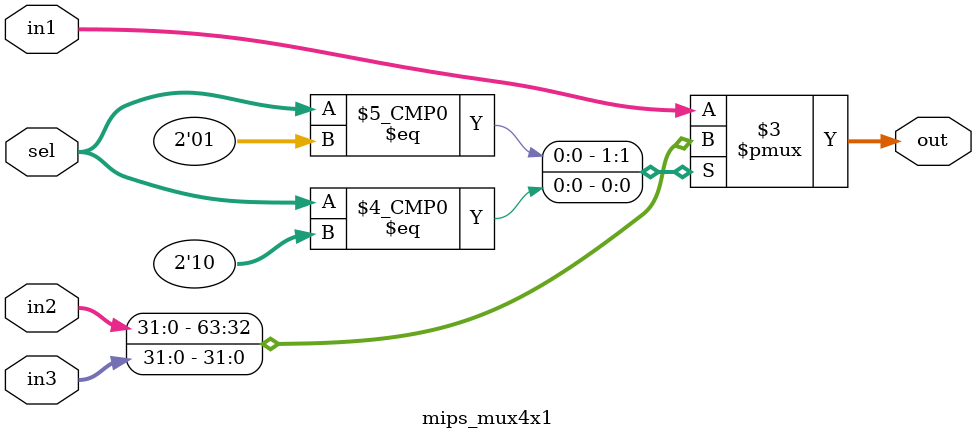
<source format=sv>
/*
 *
 * Redistributions of any form whatsoever must retain and/or include the
 * following acknowledgment, notices and disclaimer:
 *
 * This product includes software developed by Carnegie Mellon University. 
 *
 * Copyright (c) 2004 by Babak Falsafi and James Hoe,
 * Computer Architecture Lab at Carnegie Mellon (CALCM), 
 * Carnegie Mellon University.
 *
 * This source file was written and maintained by Jared Smolens 
 * as part of the Two-Way In-Order Superscalar project for Carnegie Mellon's 
 * Introduction to Computer Architecture course, 18-447. The source file
 * is in part derived from code originally written by Herman Schmit and 
 * Diana Marculescu.
 *
 * You may not use the name "Carnegie Mellon University" or derivations 
 * thereof to endorse or promote products derived from this software.
 *
 * If you modify the software you must place a notice on or within any 
 * modified version provided or made available to any third party stating 
 * that you have modified the software.  The notice shall include at least 
 * your name, address, phone number, email address and the date and purpose 
 * of the modification.
 *xo
 * THE SOFTWARE IS PROVIDED "AS-IS" WITHOUT ANY WARRANTY OF ANY KIND, EITHER 
 * EXPRESS, IMPLIED OR STATUTORY, INCLUDING BUT NOT LIMITED TO ANYWARRANTY 
 * THAT THE SOFTWARE WILL CONFORM TO SPECIFICATIONS OR BE ERROR-FREE AND ANY 
 * IMPLIED WARRANTIES OF MERCHANTABILITY, FITNESS FOR A PARTICULAR PURPOSE, 
 * TITLE, OR NON-INFRINGEMENT.  IN NO EVENT SHALL CARNEGIE MELLON UNIVERSITY 
 * BE LIABLE FOR ANY DAMAGES, INCLUDING BUT NOT LIMITED TO DIRECT, INDIRECT, 
 * SPECIAL OR CONSEQUENTIAL DAMAGES, ARISING OUT OF, RESULTING FROM, OR IN 
 * ANY WAY CONNECTED WITH THIS SOFTWARE (WHETHER OR NOT BASED UPON WARRANTY, 
 * CONTRACT, TORT OR OTHERWISE).
 *
 */

//////
////// MIPS 447: A single-cycle MIPS ISA simulator
//////

// Include the MIPS constants
`include "mips_defines.vh"
`include "internal_defines.vh"

////
//// The MIPS standalone processor module
////
////   clk          (input)  - The clock
////   inst_addr    (output) - Address of instruction to load
////   inst         (input)  - Instruction from memory
////   inst_excpt   (input)  - inst_addr not valid
////   mem_addr     (output) - Address of data to load
////   mem_data_in  (output) - Data for memory store
////   mem_data_out (input)  - Data from memory load
////   mem_write_en (output) - Memory write mask
////   mem_excpt    (input)  - mem_addr not valid
////   halted       (output) - Processor halted
////   reset        (input)  - Reset the processor
////   

module mips_core(/*AUTOARG*/
   // Outputs
   inst_addr, mem_addr, mem_data_in, mem_write_en, halted,
   // Inputs
   clk, inst_excpt, mem_excpt, inst, mem_data_out, rst_b
   );
   
   parameter text_start  = 32'h00400000; /* Initial value of $pc */

   // Core Interface
   input         clk, inst_excpt, mem_excpt;
   output [29:0] inst_addr;
   output [29:0] mem_addr;
   input  [31:0] inst, mem_data_out;
   output logic [31:0] mem_data_in;
   output logic [3:0]  mem_write_en;
   output        halted;
   input         rst_b;

   // Forced interface signals -- required for synthesis to work OK.
   // This is probably not what you want!
   //assign        mem_addr = 0;
   //assign        mem_data_in = mem_data_out;
   //assign        mem_write_en = 4'b0;

   // Internal signals
   wire [31:0]   pc, nextpc, nextnextpc, nextpcregin;
   wire          exception_halt, syscall_halt, internal_halt, alu__outbr, branchAndcond;
   wire          load_epc, load_bva, load_bva_sel;
   logic [31:0]   rt_data, rs_data, rd_data, alu__out, r_v0, addrTobranch, jumpAddress;
   wire [31:0]   epc, cause, bad_v_addr;
   wire [4:0]    cause_code;
   

   // Decode signals
   logic [31:0]   dcd_se_imm, dcd_se_offset, dcd_e_imm, dcd_se_mem_offset, alu_op1, alu_op2, dcd_jmp_target, dcd_load_imm, me_se_byte, mem_e_byte, mem_se_hw, mem_e_hw, mem_load_data, mem_signOrunsign;
   wire [5:0]    dcd_op, dcd_funct2;
   wire [4:0]    dcd_rs, desReg_num, dcd_funct1, dcd_rt, dcd_rd, dcd_shamt;
   wire [15:0]   dcd_offset, dcd_imm;
   wire [25:0]   dcd_target;
   wire [19:0]   dcd_code;
   wire          dcd_bczft;
   
   // PC Management
   register #(32, text_start) PCReg(pc, nextpcregin, clk, ~internal_halt, rst_b);
   register #(32, text_start+4) PCReg2(nextpc, nextnextpc, clk,
                                       ~internal_halt, rst_b);
   add_const #(4) NextPCAdder(nextnextpc, nextpcregin);
   assign        inst_addr = pc[31:2];

   // Instruction decoding
   assign        dcd_op = inst[31:26];    // Opcode
   assign        dcd_rs = inst[25:21];    // rs field
   assign        dcd_rt = inst[20:16];    // rt field
   assign        dcd_rd = inst[15:11];    // rd field
   assign        dcd_shamt = inst[10:6];  // Shift amount
   assign        dcd_bczft = inst[16];    // bczt or bczf?
   assign        dcd_funct1 = inst[4:0];  // Coprocessor 0 function field
   assign        dcd_funct2 = inst[5:0];  // funct field; secondary opcode
   assign        dcd_offset = inst[15:0]; // offset field
        // Sign-extended offset for branches
   assign        dcd_se_offset = { {14{dcd_offset[15]}}, dcd_offset, 2'b00 };
        // Sign-extended offset for load/store
   assign        dcd_se_mem_offset = { {16{dcd_offset[15]}}, dcd_offset };
   assign        dcd_imm = inst[15:0];        // immediate field
   assign        dcd_e_imm = { 16'h0, dcd_imm };  // zero-extended immediate
   assign        dcd_load_imm = { dcd_imm, 16'b0 };  // zero-extended immediate
        // Sign-extended immediate
   assign        dcd_se_imm = { {16{dcd_imm[15]}}, dcd_imm };
   assign        dcd_target = inst[25:0];     // target field
   assign        dcd_code = inst[25:6];       // Breakpoint code
	// decode address for jump
  assign	dcd_jmp_target = {pc[31:28] , dcd_target , 2'b00};

   // synthesis translate_off
   always @(posedge clk) begin
     // useful for debugging, you will want to comment this out for long programs
     if (rst_b) begin
       $display ( "=== Simulation Cycle %d ===", $time );
       $display ( "[pc=%x, inst=%x] [op=%x, rs=%d, rt=%d, rd=%d, imm=%x, f2=%x] [reset=%d, halted=%d]",
                   pc, inst, dcd_op, dcd_rs, dcd_rt, dcd_rd, dcd_imm, dcd_funct2, ~rst_b, halted);
     end
   end
   // synthesis translate_on

   // Let Verilog-Mode pipe wires through for us.  This is another example
   // of Verilog-Mode's power -- undeclared nets get AUTOWIREd up when we
   // run 'make auto'.
   
   /*AUTOWIRE*/
   // Beginning of automatic wires (for undeclared instantiated-module outputs)
   wire [3:0]		alu__sel;		// From Decoder of mips_decode.v
   wire			ctrl_RI;		// From Decoder of mips_decode.v
   wire			ctrl_Sys;		// From Decoder of mips_decode.v
   wire			ctrl_we;		// From Decoder of mips_decode.v
   wire		 	ctrl_DesReg;		// From Decoder of mips_decode.v
   wire		 	ctrl_op1src;		// From Decoder of mips_decode.v
   wire	[1:0]	 	ctrl_op2src;		// From Decoder of mips_decode.v
   wire			ctrl_isbranch;		// From Decoder of mips_decode.v
   wire			ctrl_isjump;		// From Decoder of mips_decode.v
   wire			ctrl_jal;		// From Decoder of mips_decode.v
   wire			ctrl_jalr;		// From Decoder of mips_decode.v
   wire			ctrl_load_imm;		// From Decoder of mips_decode.v
   wire			ctrl_sw_memwren;		// From Decoder of mips_decode.v
   wire			ctrl_sb_memwren;		// From Decoder of mips_decode.v
   wire			ctrl_sh_memwren;		// From Decoder of mips_decode.v
   wire			ctrl_load_se;    
   wire [1:0]		ctrl_mem_load_size;    
   // End of automatics

   // Generate control signals
   mips_decode Decoder(/*AUTOINST*/
		       // Outputs
		       .ctrl_we		(ctrl_we),
		       .ctrl_Sys	(ctrl_Sys),
		       .ctrl_RI		(ctrl_RI),
		       .alu__sel	(alu__sel[3:0]),
		       .ctrl_DesReg	(ctrl_DesReg),
		       .ctrl_op1src	(ctrl_op1src),
		       .ctrl_op2src	(ctrl_op2src),
		       .ctrl_isbranch	(ctrl_isbranch),
		       .ctrl_isjump	(ctrl_isjump),
		       .ctrl_jal	(ctrl_jal),
		       .ctrl_jalr	(ctrl_jalr),
		       .ctrl_load_imm	(ctrl_load_imm),
		       .ctrl_mem2reg	(ctrl_mem2reg),
		       .ctrl_sw_memwren    (ctrl_sw_memwren),
		       .ctrl_sb_memwren    (ctrl_sb_memwren),
		       .ctrl_sh_memwren    (ctrl_sh_memwren),
		       .ctrl_lw_load    (ctrl_lw_load),
		       .ctrl_lb_load    (ctrl_lb_load),
		       .ctrl_lh_load    (ctrl_lh_load),
		       .ctrl_load_se    (ctrl_load_se),
		       .ctrl_mem_load_size    (ctrl_mem_load_size),
		       // Inputs
		       .dcd_op		(dcd_op[5:0]),
		       .dcd_rt		(dcd_rt[4:0]),
		       .dcd_funct2	(dcd_funct2[5:0]));
 
   // Register File
   // Instantiate the register file from reg_file.v here.
   assign desReg_num[4:0] = ctrl_jal ? 5'd31 : (ctrl_DesReg ? dcd_rt[4:0] : dcd_rd[4:0]) ;
   assign rd_data = ctrl_load_imm ?  dcd_load_imm : (ctrl_jal ? nextpc : ctrl_mem2reg ? mem_load_data : alu__out);
   regfile reg1(.rs_data (rs_data[31:0]),
				.rt_data (rt_data[31:0]),
				.rs_num (dcd_rs[4:0]),
				.rt_num (dcd_rt[4:0]),
				.rd_num (desReg_num[4:0]),
				.rd_data (rd_data[31:0]),
				.rd_we (ctrl_we),
				.clk (clk),
				.rst_b (rst_b),
				.halted (halted));
   // Don't forget to hookup the "halted" signal to trigger the register dump 
 
   // synthesis translate_off
   initial begin
     // Delete this block when you are ready to try for real
     $display(""); 
     $display(""); 
     $display(""); 
     $display(""); 
     $display(">>>>> This works much better after you have hooked up the reg file. <<<<<");
     $display(""); 
     $display(""); 
     $display(""); 
     $display("");
	  #5000;
	  
     $finish;
   end
   // synthesis translate_on
   always_comb
     begin
	casez(1'b1)
	 ctrl_sw_memwren:
	      begin
		mem_write_en = 4'b1111; 
                mem_data_in = rt_data;
             end
	 ctrl_sb_memwren:
	      begin
		mem_write_en = 4'b0001 << alu__out[1:0]; 
                mem_data_in =  { 4{rt_data[7:0]} };
             end
	 ctrl_sh_memwren:
	      begin
		mem_write_en = 4'b0011 << alu__out[1:0];
                mem_data_in =  alu__out[0] ? { 8'b0,rt_data[15:0],8'b0 } : { 2{rt_data[15:0]} } ;
             end
	 default: 
	      begin
		mem_write_en = 4'b0000;
                mem_data_in = rt_data;
             end
       endcase 
   end

   /// memory instruction execute
   assign        mem_addr = alu__out[31:2];
   
   //assign        mem_write_en = ctrl_memwren;
   //assign	 mem_se_byte = { {24{mem_data_out[7]}} , mem_data_out[7:0] };
   //assign	 mem_e_byte = { {24{1'b0}} , mem_data_out[7:0] };
   //assign	 mem_se_hw = { {16{mem_data_out[15]}} , mem_data_out[15:0] };
   //assign	 mem_e_hw = { {16{1'b0}} , mem_data_out[15:0] };
 
  

   

   /// mux for first alu operand, choose rs_data ow rt_data
   ///
   assign alu_op1 = ctrl_op1src ? rt_data : rs_data ;

   /// mux for second alu operand, rt/imm
   ///
   mips_mux4x1 mux1(.out(alu_op2),
		    .sel(ctrl_op2src),
		    .in1(rt_data),
		    .in2(dcd_se_imm),
		    .in3(dcd_e_imm));

   // Execute
   mips_ALU ALU(.alu__out(alu__out), 
                .alu__op1(alu_op1),
                .alu__op2(alu_op2),
                .alu__sel(alu__sel),
		.alu__shiftby(dcd_shamt),
		.alu__outbr(alu__outbr));

  // load memory mux
    always_comb
      begin
	casez(1'b1)
	  ctrl_lw_load:
	     mem_load_data = mem_data_out;
	  ctrl_lb_load:
	   begin
	     case(alu__out[1:0])
		2'b00:
	     	  mem_load_data = ctrl_load_se ? { {24{mem_data_out[7]}} ,mem_data_out[7:0]} : { 24'b0 , mem_data_out[7:0] } ;
		2'b01:
	     	  mem_load_data = ctrl_load_se ? { {24{mem_data_out[15]}} ,mem_data_out[15:8]} : { 24'b0 , mem_data_out[15:8] } ;
		2'b10:
	     	  mem_load_data = ctrl_load_se ? { {24{mem_data_out[23]}} ,mem_data_out[23:16]} : { 24'b0 , mem_data_out[23:16] } ;
		2'b11:
	     	  mem_load_data = ctrl_load_se ? { {24{mem_data_out[31]}} ,mem_data_out[31:24]} : { 24'b0 , mem_data_out[31:24] } ;
	      endcase
	    end
	  ctrl_lh_load:
	   begin
	     case(alu__out[1:0])
		2'b00:
	     	  mem_load_data = ctrl_load_se ? { {16{mem_data_out[15]}} ,mem_data_out[15:0]} : { 15'b0 , mem_data_out[15:0] } ;
		2'b01:
	     	  mem_load_data = ctrl_load_se ? { {16{mem_data_out[23]}} ,mem_data_out[23:8]} : { 15'b0 , mem_data_out[23:8] } ;
		2'b10:
	     	  mem_load_data = ctrl_load_se ? { {16{mem_data_out[31]}} ,mem_data_out[31:16]} : { 15'b0 , mem_data_out[31:16] } ;
		default:
	     	  mem_load_data = ctrl_load_se ? { {16{mem_data_out[15]}} ,mem_data_out[15:0]} : { 15'b0 , mem_data_out[15:0] } ;
	      endcase
	    end
	endcase
     end
		   
	     //mem_load_data = mem_data_out;
//    mips_mux4x1 loadmux(.out(mem_load_data),
//		      .sel(ctrl_mem_load_size),
//		      .in1(mem_data_out),
//		      .in2(ctrl_load_se ? mem_se_byte : mem_e_byte),
//		      .in3(ctrl_load_se ? mem_se_hw : mem_e_hw));
//
   // Execute Branch
    assign jumpAddress = ctrl_jalr ? rs_data : dcd_jmp_target; 
    assign addrTobranch = dcd_se_offset + nextpc;
    assign branchAndcond = (ctrl_isbranch & alu__outbr);
    mips_mux4x1 pcmux(.out(nextpcregin),
		      .sel({branchAndcond,ctrl_isjump}),
		      .in1(nextpc),
		      .in2(jumpAddress),
		      .in3(addrTobranch));
 

   // Miscellaneous stuff (Exceptions, syscalls, and halt)
   exception_unit EU(.exception_halt(exception_halt), .pc(pc), .rst_b(rst_b),
                     .clk(clk), .load_ex_regs(load_ex_regs),
                     .load_bva(load_bva), .load_bva_sel(load_bva_sel),
                     .cause(cause_code),
                     .IBE(inst_excpt),
                     .DBE(1'b0),
                     .RI(ctrl_RI),
                     .Ov(1'b0),
                     .BP(1'b0),
                     .AdEL_inst(pc[1:0]?1'b1:1'b0),
                     .AdEL_data(1'b0),
                     .AdES(1'b0),
                     .CpU(1'b0));

   assign r_v0 = 32'h0a; // Good enough for now. To support syscall for real,
                         // you should read the syscall
                         // argument from $v0 of the register file 

   syscall_unit SU(.syscall_halt(syscall_halt), .pc(pc), .clk(clk), .Sys(ctrl_Sys),
                   .r_v0(r_v0), .rst_b(rst_b));
   assign        internal_halt = exception_halt | syscall_halt;
   register #(1, 0) Halt(halted, internal_halt, clk, 1'b1, rst_b);
   register #(32, 0) EPCReg(epc, pc, clk, load_ex_regs, rst_b);
   register #(32, 0) CauseReg(cause,
                              {25'b0, cause_code, 2'b0}, 
                              clk, load_ex_regs, rst_b);
   register #(32, 0) BadVAddrReg(bad_v_addr, pc, clk, load_bva, rst_b);

endmodule //mips_core

   

////
//// mips_ALU: Performs all arithmetic and logical operations
////
//// out (output) - Final result
//// in1 (input)  - Operand modified by the operation
//// in2 (input)  - Operand used (in arithmetic ops) to modify in1
//// sel (input)  - Selects which operation is to be performed
////
module mips_ALU(alu__out, alu__op1, alu__op2, alu__sel, alu__shiftby, alu__outbr);

   output reg [31:0] alu__out;
   output reg alu__outbr;
   input [31:0]  alu__op1, alu__op2;
   input [3:0]   alu__sel;
   input [4:0]   alu__shiftby;
   always @(*) begin
   case(alu__sel)
    4'b0000:
      //adder AdderUnit(alu__out, alu__op1, alu__op2, alu__sel[0]);
       alu__out = (alu__op1 + alu__op2);
    4'b0001:
       alu__out = (alu__op1 - alu__op2);
    4'b0010:
       alu__out = (alu__op1 & alu__op2);
    4'b0011:
       alu__out = (alu__op1 | alu__op2);
    4'b0100:
       alu__out = (!(alu__op1 | alu__op2));
    4'b0101:
       alu__out = (alu__op1 ^ alu__op2);
    4'b0110:
       alu__out = (alu__op1 < alu__op2)? 1 : 0;
    4'b0111:
       alu__out = (alu__op1 << alu__shiftby);
    4'b1000:
       alu__out = (alu__op1 >> alu__shiftby);
    4'b1001:
       alu__out = (alu__op1 >> alu__shiftby);
    4'b1010:
       alu__outbr = (alu__op1 == alu__op2) ? 1 : 0;
    4'b1011:
       alu__outbr = (alu__op1 != alu__op2) ? 1 : 0;
    4'b1100:
       alu__outbr = (alu__op1[31] == 0) ? 1 : 0;
    4'b1101:
       alu__outbr = (alu__op1 > 0) ? 1 : 0;
    4'b1110:
       alu__outbr = (alu__op1[31] == 1) ? 1 : 0;
    4'b1111:
       alu__outbr = (alu__op1 <= 0) ? 1 : 0;
    default:
       alu__out = 32'h00000000;
   endcase// endcase(alu__sel)
   end
endmodule


//// register: A register which may be reset to an arbirary value
////
//// q      (output) - Current value of register
//// d      (input)  - Next value of register
//// clk    (input)  - Clock (positive edge-sensitive)
//// enable (input)  - Load new value?
//// reset  (input)  - System reset
////
module register(q, d, clk, enable, rst_b);

   parameter
            width = 32,
            reset_value = 0;

   output [(width-1):0] q;
   reg [(width-1):0]    q;
   input [(width-1):0]  d;
   input                 clk, enable, rst_b;

   always @(posedge clk or negedge rst_b)
     if (~rst_b)
       q <= reset_value;
     else if (enable)
       q <= d;

endmodule // register


////
//// adder
////
//// out (output) - adder result
//// in1 (input)  - Operand1
//// in2 (input)  - Operand2
//// sub (input)  - Subtract?
////
module adder(out, in1, in2, sub);
   output [31:0] out;
   input [31:0]  in1, in2;
   input         sub;

   assign        out = sub?(in1 - in2):(in1 + in2);

endmodule // adder


////
//// add_const: An adder that adds a fixed constant value
////
//// out (output) - adder result
//// in  (input)  - Operand
////
module add_const(out, in);

   parameter add_value = 1;

   output   [31:0] out;
   input    [31:0] in;

   assign   out = in + add_value;

endmodule // adder



////
//// mips_mux4x1
////
module mips_mux4x1(out,sel,in1,in2,in3);
   output reg [31:0] out;
   input [31:0] in1, in2, in3;
   input [1:0] sel;
   always @(*) begin
   case(sel)
      2'b00:
	 out = in1;
      2'b01:
	 out = in2;
      2'b10:
	 out = in3;
      default: 
	 out = in1;
   endcase // case(sel)
   end
endmodule // mux4x1



// Local Variables:
// verilog-library-directories:("." "../447rtl")
// End:

</source>
